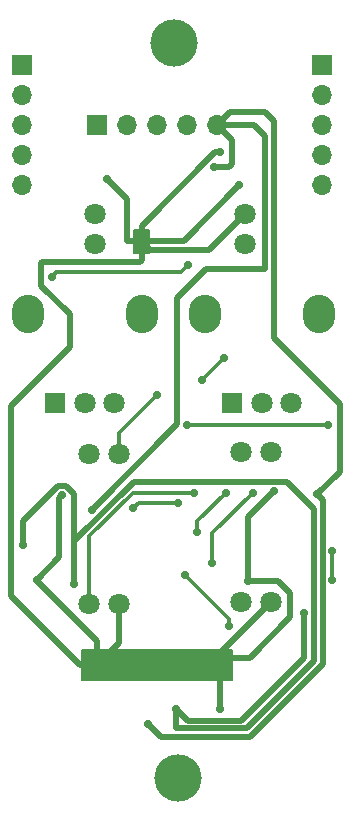
<source format=gbr>
%TF.GenerationSoftware,KiCad,Pcbnew,8.0.5*%
%TF.CreationDate,2024-11-13T11:04:00+05:30*%
%TF.ProjectId,low_pass,6c6f775f-7061-4737-932e-6b696361645f,rev?*%
%TF.SameCoordinates,Original*%
%TF.FileFunction,Copper,L2,Bot*%
%TF.FilePolarity,Positive*%
%FSLAX46Y46*%
G04 Gerber Fmt 4.6, Leading zero omitted, Abs format (unit mm)*
G04 Created by KiCad (PCBNEW 8.0.5) date 2024-11-13 11:04:00*
%MOMM*%
%LPD*%
G01*
G04 APERTURE LIST*
%TA.AperFunction,Conductor*%
%ADD10C,0.200000*%
%TD*%
%TA.AperFunction,ComponentPad*%
%ADD11R,1.700000X1.700000*%
%TD*%
%TA.AperFunction,ComponentPad*%
%ADD12O,1.700000X1.700000*%
%TD*%
%TA.AperFunction,ComponentPad*%
%ADD13O,2.720000X3.240000*%
%TD*%
%TA.AperFunction,ComponentPad*%
%ADD14R,1.800000X1.800000*%
%TD*%
%TA.AperFunction,ComponentPad*%
%ADD15C,1.800000*%
%TD*%
%TA.AperFunction,ViaPad*%
%ADD16C,0.700000*%
%TD*%
%TA.AperFunction,ViaPad*%
%ADD17C,4.000000*%
%TD*%
%TA.AperFunction,Conductor*%
%ADD18C,0.300000*%
%TD*%
%TA.AperFunction,Conductor*%
%ADD19C,0.500000*%
%TD*%
G04 APERTURE END LIST*
D10*
%TO.N,GND*%
X67310000Y-97790000D02*
X54610000Y-97790000D01*
X54610000Y-95250000D01*
X67310000Y-95250000D01*
X67310000Y-97790000D01*
%TA.AperFunction,Conductor*%
G36*
X67310000Y-97790000D02*
G01*
X54610000Y-97790000D01*
X54610000Y-95250000D01*
X67310000Y-95250000D01*
X67310000Y-97790000D01*
G37*
%TD.AperFunction*%
X60325000Y-61595000D02*
X59055000Y-61595000D01*
X59055000Y-59690000D01*
X60325000Y-59690000D01*
X60325000Y-61595000D01*
%TA.AperFunction,Conductor*%
G36*
X60325000Y-61595000D02*
G01*
X59055000Y-61595000D01*
X59055000Y-59690000D01*
X60325000Y-59690000D01*
X60325000Y-61595000D01*
G37*
%TD.AperFunction*%
%TD*%
D11*
%TO.P,OUTPUT1,1,Pin_1*%
%TO.N,AUDIO_OUT*%
X74930000Y-45720000D03*
D12*
%TO.P,OUTPUT1,2,Pin_2*%
X74930000Y-48260000D03*
%TO.P,OUTPUT1,3,Pin_3*%
X74930000Y-50800000D03*
%TO.P,OUTPUT1,4,Pin_4*%
X74930000Y-53340000D03*
%TO.P,OUTPUT1,5,Pin_5*%
X74930000Y-55880000D03*
%TD*%
D11*
%TO.P,INPUT1,1,Pin_1*%
%TO.N,AUDIO_IN*%
X49530000Y-45720000D03*
D12*
%TO.P,INPUT1,2,Pin_2*%
%TO.N,MOD_CV_IN*%
X49530000Y-48260000D03*
%TO.P,INPUT1,3,Pin_3*%
%TO.N,CUTOFF_CV_IN*%
X49530000Y-50800000D03*
%TO.P,INPUT1,4,Pin_4*%
%TO.N,unconnected-(INPUT1-Pin_4-Pad4)*%
X49530000Y-53340000D03*
%TO.P,INPUT1,5,Pin_5*%
%TO.N,unconnected-(INPUT1-Pin_5-Pad5)*%
X49530000Y-55880000D03*
%TD*%
D13*
%TO.P,RV2,*%
%TO.N,*%
X65050000Y-66805000D03*
X74650000Y-66805000D03*
D14*
%TO.P,RV2,1,1*%
%TO.N,unconnected-(RV2-Pad1)*%
X67350000Y-74305000D03*
D15*
%TO.P,RV2,2,2*%
%TO.N,PROCESSED_MOD_CV*%
X69850000Y-74305000D03*
%TO.P,RV2,3,3*%
%TO.N,Net-(R8-Pad1)*%
X72350000Y-74305000D03*
%TD*%
D13*
%TO.P,RV1,*%
%TO.N,*%
X50064000Y-66805000D03*
X59664000Y-66805000D03*
D14*
%TO.P,RV1,1,1*%
%TO.N,unconnected-(RV1-Pad1)*%
X52364000Y-74305000D03*
D15*
%TO.P,RV1,2,2*%
%TO.N,MOD_CV_IN*%
X54864000Y-74305000D03*
%TO.P,RV1,3,3*%
%TO.N,Net-(R2-Pad1)*%
X57364000Y-74305000D03*
%TD*%
%TO.P,U2,1,-*%
%TO.N,GND*%
X70612000Y-91186000D03*
%TO.P,U2,2,+*%
%TO.N,Net-(U2-+)*%
X68072000Y-91186000D03*
%TO.P,U2,3*%
%TO.N,Net-(R8-Pad1)*%
X70612000Y-78486000D03*
%TO.P,U2,4*%
%TO.N,PROCESSED_MOD_CV*%
X68072000Y-78486000D03*
%TD*%
%TO.P,U6,1,-*%
%TO.N,GND*%
X68453000Y-58293000D03*
%TO.P,U6,2,+*%
%TO.N,Net-(U5-+)*%
X68453000Y-60833000D03*
%TO.P,U6,3*%
%TO.N,Net-(U3B-+)*%
X55753000Y-58293000D03*
%TO.P,U6,4*%
%TO.N,Net-(C4-Pad1)*%
X55753000Y-60833000D03*
%TD*%
D11*
%TO.P,GND1,1,Pin_1*%
%TO.N,GND*%
X55880000Y-96520000D03*
D12*
%TO.P,GND1,2,Pin_2*%
X58420000Y-96520000D03*
%TO.P,GND1,3,Pin_3*%
X60960000Y-96520000D03*
%TO.P,GND1,4,Pin_4*%
X63500000Y-96520000D03*
%TO.P,GND1,5,Pin_5*%
X66040000Y-96520000D03*
%TD*%
D11*
%TO.P,5V1,1,Pin_1*%
%TO.N,+5V*%
X55880000Y-50800000D03*
D12*
%TO.P,5V1,2,Pin_2*%
X58420000Y-50800000D03*
%TO.P,5V1,3,Pin_3*%
X60960000Y-50800000D03*
%TO.P,5V1,4,Pin_4*%
X63500000Y-50800000D03*
%TO.P,5V1,5,Pin_5*%
X66040000Y-50800000D03*
%TD*%
D15*
%TO.P,U5,4*%
%TO.N,Net-(U3A--)*%
X55245000Y-78613000D03*
%TO.P,U5,3*%
%TO.N,Net-(C4-Pad1)*%
X57785000Y-78613000D03*
%TO.P,U5,2,+*%
%TO.N,Net-(U5-+)*%
X55245000Y-91313000D03*
%TO.P,U5,1,-*%
%TO.N,GND*%
X57785000Y-91313000D03*
%TD*%
D16*
%TO.N,Net-(R8-Pad1)*%
X66802000Y-81915000D03*
X64389000Y-85217000D03*
%TO.N,Net-(U3B--)*%
X63373000Y-88900000D03*
X75819000Y-89281000D03*
X67056000Y-93218000D03*
X75819000Y-86868000D03*
%TO.N,+2.5V*%
X53975000Y-89662000D03*
X49595000Y-86329881D03*
X73406000Y-92075000D03*
X62611000Y-100203000D03*
%TO.N,GND*%
X68707000Y-89408000D03*
X70866000Y-81788000D03*
%TO.N,+5V*%
X74549000Y-82042000D03*
X60198000Y-101473000D03*
%TO.N,GND*%
X66294000Y-100203000D03*
X50800000Y-89281000D03*
X52959000Y-82107000D03*
%TO.N,+5V*%
X55435500Y-83375500D03*
%TO.N,Net-(U3B-+)*%
X75438000Y-76200000D03*
X63500000Y-76200000D03*
%TO.N,Net-(U5-+)*%
X64135000Y-81915000D03*
X66675000Y-70485000D03*
X64770000Y-72390000D03*
%TO.N,Net-(C4-Pad1)*%
X60960000Y-73660000D03*
%TO.N,GND*%
X66294000Y-53086000D03*
X56769000Y-55372000D03*
X59690000Y-60579000D03*
X67945000Y-55880000D03*
%TO.N,+5V*%
X65780000Y-54350000D03*
%TO.N,CUTOFF_CV_IN*%
X63627000Y-62611000D03*
X52070000Y-63627000D03*
%TO.N,Net-(U2-+)*%
X69088000Y-81915000D03*
X65659000Y-87884000D03*
%TO.N,PROCESSED_MOD_CV*%
X62738000Y-82804000D03*
X58984000Y-83241000D03*
D17*
%TO.N,*%
X62377580Y-43815000D03*
X62784908Y-106045000D03*
X62377580Y-43815000D03*
X62784908Y-106045000D03*
X62784908Y-106045000D03*
X62784908Y-106045000D03*
X62377580Y-43815000D03*
X62377580Y-43815000D03*
%TD*%
D18*
%TO.N,PROCESSED_MOD_CV*%
X58984000Y-83241000D02*
X59421000Y-82804000D01*
X59421000Y-82804000D02*
X62738000Y-82804000D01*
%TO.N,CUTOFF_CV_IN*%
X62992000Y-63246000D02*
X63627000Y-62611000D01*
X52451000Y-63246000D02*
X62992000Y-63246000D01*
X52070000Y-63627000D02*
X52451000Y-63246000D01*
%TO.N,Net-(R8-Pad1)*%
X64389000Y-84328000D02*
X66802000Y-81915000D01*
X64389000Y-85217000D02*
X64389000Y-84328000D01*
D19*
%TO.N,GND*%
X68453000Y-58293000D02*
X65405000Y-61341000D01*
X65405000Y-61341000D02*
X60388500Y-61341000D01*
X60388500Y-61341000D02*
X59690000Y-60642500D01*
X53594000Y-66802000D02*
X53594000Y-69596000D01*
X59690000Y-60642500D02*
X59690000Y-62230000D01*
X59690000Y-62230000D02*
X59563000Y-62357000D01*
X59563000Y-62357000D02*
X51308000Y-62357000D01*
X51308000Y-62357000D02*
X51181000Y-62484000D01*
X51181000Y-62484000D02*
X51181000Y-64389000D01*
X51181000Y-64389000D02*
X53594000Y-66802000D01*
X54483000Y-96520000D02*
X55880000Y-96520000D01*
X53594000Y-69596000D02*
X48641000Y-74549000D01*
X48641000Y-74549000D02*
X48641000Y-90678000D01*
X48641000Y-90678000D02*
X54483000Y-96520000D01*
D18*
%TO.N,Net-(U3B--)*%
X67056000Y-92583000D02*
X63373000Y-88900000D01*
X75819000Y-86868000D02*
X75819000Y-89281000D01*
X67056000Y-93218000D02*
X67056000Y-92583000D01*
D19*
%TO.N,GND*%
X71247000Y-89408000D02*
X72263000Y-90424000D01*
X72263000Y-92456000D02*
X68834000Y-95885000D01*
X66421000Y-96520000D02*
X66040000Y-96520000D01*
X72263000Y-90424000D02*
X72263000Y-92456000D01*
X68834000Y-95885000D02*
X67056000Y-95885000D01*
X68707000Y-89408000D02*
X71247000Y-89408000D01*
X67056000Y-95885000D02*
X66421000Y-96520000D01*
X66294000Y-100203000D02*
X66294000Y-96774000D01*
X66294000Y-96774000D02*
X66040000Y-96520000D01*
%TO.N,+5V*%
X60198000Y-101473000D02*
X61279000Y-102554000D01*
X61279000Y-102554000D02*
X68869950Y-102554000D01*
X68869950Y-102554000D02*
X74995000Y-96428950D01*
X74995000Y-96428950D02*
X74995000Y-82488000D01*
X74995000Y-82488000D02*
X74549000Y-82042000D01*
%TO.N,+2.5V*%
X53975000Y-89662000D02*
X53975000Y-86019472D01*
X53975000Y-86019472D02*
X59006472Y-80988000D01*
X59006472Y-80988000D02*
X71983000Y-80988000D01*
X71983000Y-80988000D02*
X74295000Y-83300000D01*
X68580000Y-101854000D02*
X62611000Y-101854000D01*
X74295000Y-83300000D02*
X74295000Y-96139000D01*
X74295000Y-96139000D02*
X68580000Y-101854000D01*
X62611000Y-101854000D02*
X62611000Y-100203000D01*
X73406000Y-92075000D02*
X73406000Y-95885000D01*
X68072000Y-101219000D02*
X63627000Y-101219000D01*
X63627000Y-101219000D02*
X62611000Y-100203000D01*
X73406000Y-95885000D02*
X68072000Y-101219000D01*
%TO.N,+5V*%
X65780000Y-54350000D02*
X67062000Y-54350000D01*
X67062000Y-54350000D02*
X67310000Y-54102000D01*
X67310000Y-54102000D02*
X67310000Y-52070000D01*
X67310000Y-52070000D02*
X66040000Y-50800000D01*
X55435500Y-83375500D02*
X62700000Y-76111000D01*
X62700000Y-76111000D02*
X62700000Y-65443000D01*
X62700000Y-65443000D02*
X65151000Y-62992000D01*
X70104000Y-62992000D02*
X70104000Y-51689000D01*
X65151000Y-62992000D02*
X70104000Y-62992000D01*
X70104000Y-51689000D02*
X69215000Y-50800000D01*
X69215000Y-50800000D02*
X66040000Y-50800000D01*
X76460000Y-74428000D02*
X70866000Y-68834000D01*
X70866000Y-68834000D02*
X70866000Y-50419000D01*
X74549000Y-82042000D02*
X76460000Y-80131000D01*
X76460000Y-80131000D02*
X76460000Y-74428000D01*
X70866000Y-50419000D02*
X70104000Y-49657000D01*
X70104000Y-49657000D02*
X67183000Y-49657000D01*
X67183000Y-49657000D02*
X66040000Y-50800000D01*
D18*
%TO.N,Net-(U3B-+)*%
X63500000Y-76200000D02*
X75438000Y-76200000D01*
D19*
%TO.N,+2.5V*%
X52627629Y-81307000D02*
X53290371Y-81307000D01*
X49595000Y-84339629D02*
X52627629Y-81307000D01*
X49595000Y-86329881D02*
X49595000Y-84339629D01*
X53290371Y-81307000D02*
X53975000Y-81991629D01*
X53975000Y-81991629D02*
X53975000Y-89662000D01*
%TO.N,GND*%
X50800000Y-89281000D02*
X50800000Y-89408000D01*
X50800000Y-89408000D02*
X55880000Y-94488000D01*
X55880000Y-94488000D02*
X55880000Y-96520000D01*
X57785000Y-91313000D02*
X57785000Y-94615000D01*
X57785000Y-94615000D02*
X55880000Y-96520000D01*
X70612000Y-91186000D02*
X66040000Y-95758000D01*
X66040000Y-95758000D02*
X66040000Y-96520000D01*
X68707000Y-83947000D02*
X68707000Y-89408000D01*
X70866000Y-81788000D02*
X68707000Y-83947000D01*
X52705000Y-82361000D02*
X52705000Y-87376000D01*
X52705000Y-87376000D02*
X50800000Y-89281000D01*
X52959000Y-82107000D02*
X52705000Y-82361000D01*
D18*
%TO.N,Net-(U5-+)*%
X64135000Y-81915000D02*
X58928000Y-81915000D01*
X55245000Y-85598000D02*
X55245000Y-91313000D01*
X58928000Y-81915000D02*
X55245000Y-85598000D01*
X66675000Y-70485000D02*
X64770000Y-72390000D01*
%TO.N,Net-(C4-Pad1)*%
X57785000Y-76835000D02*
X57785000Y-78613000D01*
X60960000Y-73660000D02*
X57785000Y-76835000D01*
D19*
%TO.N,GND*%
X58420000Y-57023000D02*
X58420000Y-60579000D01*
X56769000Y-55372000D02*
X58420000Y-57023000D01*
X58420000Y-60579000D02*
X59690000Y-60579000D01*
X66294000Y-53086000D02*
X65912629Y-53086000D01*
X65912629Y-53086000D02*
X59690000Y-59308629D01*
X59690000Y-59308629D02*
X59690000Y-60579000D01*
X67945000Y-55880000D02*
X63246000Y-60579000D01*
X63246000Y-60579000D02*
X59690000Y-60579000D01*
D18*
%TO.N,Net-(U2-+)*%
X65659000Y-87884000D02*
X65659000Y-85344000D01*
X65659000Y-85344000D02*
X69088000Y-81915000D01*
%TD*%
M02*

</source>
